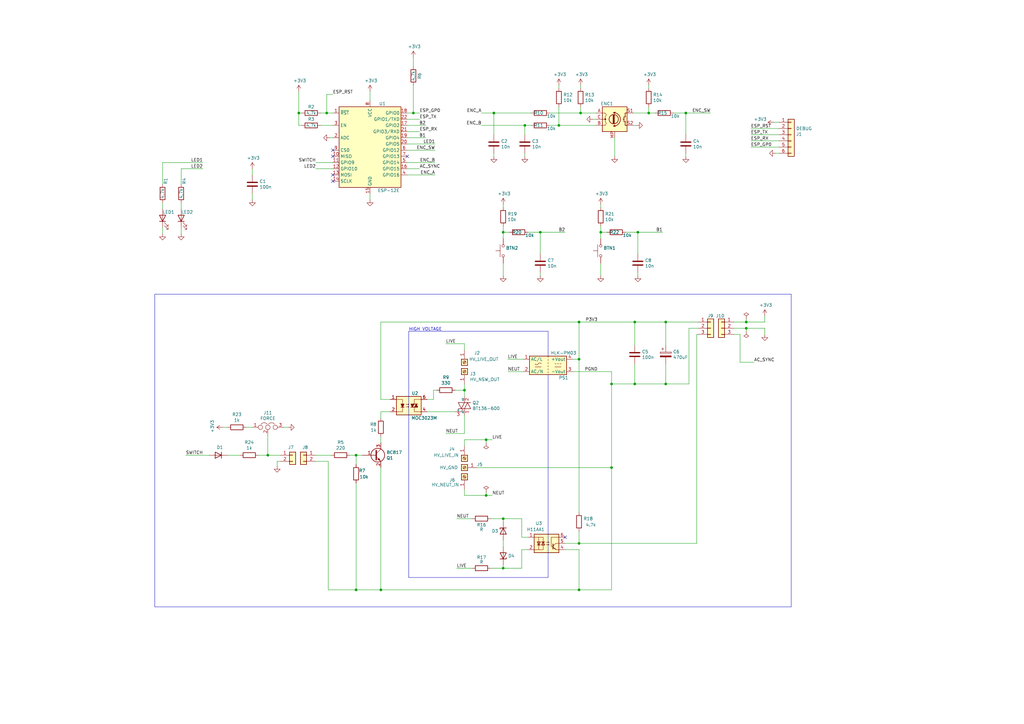
<source format=kicad_sch>
(kicad_sch (version 20200512) (host eeschema "(5.99.0-1804-g711fc999f)")
  (page 1 1)
  (paper "A3")
  (lib_symbols
    (symbol "Connector:Screw_Terminal_01x01" (pin_names hide)
      (property "Reference" "J" (at 0 2.54 0))
      (property "Value" "Screw_Terminal_01x01" (at 0 -2.54 0))
      (symbol "Screw_Terminal_01x01_1_1"
        (pin passive line (at -5.08 0 0) (length 3.81) (name "Pin_1") (number "1"))
      )
    )
    (symbol "Connector_Generic:Conn_01x02" (pin_names hide)
      (property "Reference" "J" (at 0 2.54 0))
      (property "Value" "Conn_01x02" (at 0 -5.08 0))
      (symbol "Conn_01x02_1_1"
        (pin passive line (at -5.08 0 0) (length 3.81) (name "Pin_1") (number "1"))
        (pin passive line (at -5.08 -2.54 0) (length 3.81) (name "Pin_2") (number "2"))
      )
    )
    (symbol "Connector_Generic:Conn_01x03" (pin_names hide)
      (property "Reference" "J" (at 0 5.08 0))
      (property "Value" "Conn_01x03" (at 0 -5.08 0))
      (symbol "Conn_01x03_1_1"
        (pin passive line (at -5.08 2.54 0) (length 3.81) (name "Pin_1") (number "1"))
        (pin passive line (at -5.08 0 0) (length 3.81) (name "Pin_2") (number "2"))
        (pin passive line (at -5.08 -2.54 0) (length 3.81) (name "Pin_3") (number "3"))
      )
    )
    (symbol "Connector_Generic:Conn_01x06" (pin_names hide)
      (property "Reference" "J" (at 0 7.62 0))
      (property "Value" "Conn_01x06" (at 0 -10.16 0))
      (symbol "Conn_01x06_1_1"
        (pin passive line (at -5.08 5.08 0) (length 3.81) (name "Pin_1") (number "1"))
        (pin passive line (at -5.08 2.54 0) (length 3.81) (name "Pin_2") (number "2"))
        (pin passive line (at -5.08 0 0) (length 3.81) (name "Pin_3") (number "3"))
        (pin passive line (at -5.08 -2.54 0) (length 3.81) (name "Pin_4") (number "4"))
        (pin passive line (at -5.08 -5.08 0) (length 3.81) (name "Pin_5") (number "5"))
        (pin passive line (at -5.08 -7.62 0) (length 3.81) (name "Pin_6") (number "6"))
      )
    )
    (symbol "Converter_ACDC:HLK-PM03" (pin_names (offset 0.508))
      (property "Reference" "PS" (at 0 5.08 0))
      (property "Value" "HLK-PM03" (at 0 -5.08 0))
      (symbol "HLK-PM03_1_1"
        (pin power_in line (at -10.16 2.54 0) (length 2.54) (name "AC/L") (number "1"))
        (pin power_in line (at -10.16 -2.54 0) (length 2.54) (name "AC/N") (number "2"))
        (pin power_out line (at 10.16 -2.54 180) (length 2.54) (name "-Vout") (number "3"))
        (pin power_out line (at 10.16 2.54 180) (length 2.54) (name "+Vout") (number "4"))
      )
    )
    (symbol "Device:C" (pin_numbers hide) (pin_names (offset 0.254))
      (property "Reference" "C" (at 0.635 2.54 0))
      (property "Value" "C" (at 0.635 -2.54 0))
      (symbol "C_1_1"
        (pin passive line (at 0 3.81 270) (length 2.794) (name "~") (number "1"))
        (pin passive line (at 0 -3.81 90) (length 2.794) (name "~") (number "2"))
      )
    )
    (symbol "Device:CP" (pin_numbers hide) (pin_names (offset 0.254))
      (property "Reference" "C" (at 0.635 2.54 0))
      (property "Value" "CP" (at 0.635 -2.54 0))
      (symbol "CP_1_1"
        (pin passive line (at 0 3.81 270) (length 2.794) (name "~") (number "1"))
        (pin passive line (at 0 -3.81 90) (length 2.794) (name "~") (number "2"))
      )
    )
    (symbol "Device:Jumper_NC_Dual" (pin_names (offset 0.762) hide)
      (property "Reference" "JP" (at 1.27 -2.54 0))
      (property "Value" "Jumper_NC_Dual" (at 0 2.54 0))
      (symbol "Jumper_NC_Dual_0_1"
        (pin passive line (at -6.35 0 0) (length 2.413) (name "1") (number "1"))
        (pin passive line (at 0 -2.54 90) (length 1.524) (name "2") (number "2"))
        (pin passive line (at 6.35 0 180) (length 2.413) (name "3") (number "3"))
      )
    )
    (symbol "Device:LED" (pin_numbers hide) (pin_names hide)
      (property "Reference" "D" (at 0 2.54 0))
      (property "Value" "LED" (at 0 -2.54 0))
      (symbol "LED_1_1"
        (pin passive line (at -3.81 0 0) (length 2.54) (name "K") (number "1"))
        (pin passive line (at 3.81 0 180) (length 2.54) (name "A") (number "2"))
      )
    )
    (symbol "Device:R" (pin_numbers hide) (pin_names (offset 0))
      (property "Reference" "R" (at 2.032 0 90))
      (property "Value" "R" (at 0 0 90))
      (symbol "R_1_1"
        (pin passive line (at 0 3.81 270) (length 1.27) (name "~") (number "1"))
        (pin passive line (at 0 -3.81 90) (length 1.27) (name "~") (number "2"))
      )
    )
    (symbol "Diode:1N47xxA" (pin_numbers hide) (pin_names hide)
      (property "Reference" "D" (at 0 2.54 0))
      (property "Value" "1N47xxA" (at 0 -2.54 0))
      (symbol "1N47xxA_1_1"
        (pin passive line (at -3.81 0 0) (length 2.54) (name "K") (number "1"))
        (pin passive line (at 3.81 0 180) (length 2.54) (name "A") (number "2"))
      )
    )
    (symbol "Diode:US2FA" (pin_numbers hide) (pin_names hide)
      (property "Reference" "D" (at 0 2.54 0))
      (property "Value" "US2FA" (at 0 -2.54 0))
      (symbol "US2FA_1_1"
        (pin passive line (at -3.81 0 0) (length 2.54) (name "K") (number "1"))
        (pin passive line (at 3.81 0 180) (length 2.54) (name "A") (number "2"))
      )
    )
    (symbol "Isolator:H11AA1" (pin_names (offset 0.508))
      (property "Reference" "U" (at -5.334 4.953 0))
      (property "Value" "H11AA1" (at 0.635 4.953 0))
      (symbol "H11AA1_1_1"
        (pin passive line (at -7.62 2.54 0) (length 2.54) (name "~") (number "1"))
        (pin passive line (at -7.62 -2.54 0) (length 2.54) (name "~") (number "2"))
        (pin unconnected line (at -5.08 0 0) (length 2.54) (name "NC") (number "3") hide)
        (pin passive line (at 7.62 -2.54 180) (length 2.54) (name "~") (number "4"))
        (pin passive line (at 7.62 0 180) (length 2.54) (name "~") (number "5"))
        (pin passive line (at 7.62 2.54 180) (length 2.54) (name "~") (number "6"))
      )
    )
    (symbol "RF_Module:ESP-12E" (pin_names (offset 0.508))
      (property "Reference" "U" (at -12.7 19.05 0))
      (property "Value" "ESP-12E" (at 12.7 19.05 0))
      (symbol "ESP-12E_1_1"
        (pin input line (at -15.24 15.24 0) (length 2.54) (name "~RST") (number "1"))
        (pin bidirectional line (at -15.24 -2.54 0) (length 2.54) (name "MISO") (number "10"))
        (pin bidirectional line (at -15.24 -5.08 0) (length 2.54) (name "GPIO9") (number "11"))
        (pin bidirectional line (at -15.24 -7.62 0) (length 2.54) (name "GPIO10") (number "12"))
        (pin bidirectional line (at -15.24 -10.16 0) (length 2.54) (name "MOSI") (number "13"))
        (pin bidirectional line (at -15.24 -12.7 0) (length 2.54) (name "SCLK") (number "14"))
        (pin power_in line (at 0 -17.78 90) (length 2.54) (name "GND") (number "15"))
        (pin bidirectional line (at 15.24 -7.62 180) (length 2.54) (name "GPIO15") (number "16"))
        (pin bidirectional line (at 15.24 10.16 180) (length 2.54) (name "GPIO2") (number "17"))
        (pin bidirectional line (at 15.24 15.24 180) (length 2.54) (name "GPIO0") (number "18"))
        (pin bidirectional line (at 15.24 5.08 180) (length 2.54) (name "GPIO4") (number "19"))
        (pin input line (at -15.24 5.08 0) (length 2.54) (name "ADC") (number "2"))
        (pin bidirectional line (at 15.24 2.54 180) (length 2.54) (name "GPIO5") (number "20"))
        (pin bidirectional line (at 15.24 7.62 180) (length 2.54) (name "GPIO3/RXD") (number "21"))
        (pin bidirectional line (at 15.24 12.7 180) (length 2.54) (name "GPIO1/TXD") (number "22"))
        (pin input line (at -15.24 10.16 0) (length 2.54) (name "EN") (number "3"))
        (pin bidirectional line (at 15.24 -10.16 180) (length 2.54) (name "GPIO16") (number "4"))
        (pin bidirectional line (at 15.24 -5.08 180) (length 2.54) (name "GPIO14") (number "5"))
        (pin bidirectional line (at 15.24 0 180) (length 2.54) (name "GPIO12") (number "6"))
        (pin bidirectional line (at 15.24 -2.54 180) (length 2.54) (name "GPIO13") (number "7"))
        (pin power_in line (at 0 20.32 270) (length 2.54) (name "VCC") (number "8"))
        (pin input line (at -15.24 0 0) (length 2.54) (name "CS0") (number "9"))
      )
    )
    (symbol "Switch:SW_Push" (pin_numbers hide) (pin_names hide)
      (property "Reference" "SW" (at 1.27 2.54 0))
      (property "Value" "SW_Push" (at 0 -1.524 0))
      (symbol "SW_Push_0_1"
        (pin passive line (at -5.08 0 0) (length 2.54) (name "1") (number "1"))
        (pin passive line (at 5.08 0 180) (length 2.54) (name "2") (number "2"))
      )
    )
    (symbol "Transistor_BJT:BC817" (pin_names (offset 0) hide)
      (property "Reference" "Q" (at 5.08 1.905 0))
      (property "Value" "BC817" (at 5.08 0 0))
      (symbol "BC817_1_1"
        (pin input line (at -5.08 0 0) (length 5.715) (name "B") (number "1"))
        (pin passive line (at 2.54 -5.08 90) (length 2.54) (name "E") (number "2"))
        (pin passive line (at 2.54 5.08 270) (length 2.54) (name "C") (number "3"))
      )
    )
    (symbol "Triac_Thyristor:BT136-600" (pin_names (offset 0))
      (property "Reference" "Q" (at 5.08 1.905 0))
      (property "Value" "BT136-600" (at 5.08 0 0))
      (symbol "BT136-600_1_1"
        (pin passive line (at 0 -3.81 90) (length 2.54) (name "A1") (number "1"))
        (pin passive line (at 0 3.81 270) (length 2.54) (name "A2") (number "2"))
        (pin input line (at -3.81 -2.54 0) (length 2.54) (name "G") (number "3"))
      )
    )
    (symbol "drivers_and_mosfets:MOC3023M-Relay_SolidState-led_controller_pcb-rescue"
      (property "Reference" "U" (at -5.334 4.826 0))
      (property "Value" "MOC3023M-Relay_SolidState-led_controller_pcb-rescue" (at 0 5.08 0))
      (symbol "MOC3023M-Relay_SolidState-led_controller_pcb-rescue_1_1"
        (pin passive line (at -7.62 2.54 0) (length 2.54) (name "~") (number "1"))
        (pin passive line (at -7.62 -2.54 0) (length 2.54) (name "~") (number "2"))
        (pin unconnected line (at -7.62 0 0) (length 2.54) (name "NC") (number "3") hide)
        (pin passive line (at 7.62 -2.54 180) (length 2.54) (name "~") (number "4"))
        (pin unconnected line (at 7.62 0 180) (length 2.54) (name "NC") (number "5") hide)
        (pin passive line (at 7.62 2.54 180) (length 2.54) (name "~") (number "6"))
      )
    )
    (symbol "encoder:Rotary_Encoder_Switch" (pin_names (offset 0.254) hide)
      (property "Reference" "SW" (at 0 8.255 0))
      (property "Value" "Rotary_Encoder_Switch" (at 0 6.35 0))
      (symbol "Rotary_Encoder_Switch_1_1"
        (pin passive line (at -7.62 2.54 0) (length 2.54) (name "A") (number "A"))
        (pin passive line (at -7.62 -2.54 0) (length 2.54) (name "B") (number "B"))
        (pin passive line (at -7.62 0 0) (length 2.54) (name "C") (number "C"))
        (pin passive line (at 0 -7.62 90) (length 2.54) (name "MP") (number "MP"))
        (pin passive line (at 7.62 2.54 180) (length 2.54) (name "S1") (number "S1"))
        (pin passive line (at 7.62 -2.54 180) (length 2.54) (name "S2") (number "S2"))
      )
    )
    (symbol "power:+3.3V" (power) (pin_names (offset 0))
      (property "Value" "+3.3V" (at 0 3.556 0))
      (symbol "+3.3V_1_1"
        (pin power_in line (at 0 0 90) (length 0) (name "+3V3") (number "1") hide)
      )
    )
    (symbol "power:GND" (power) (pin_names (offset 0))
      (property "Value" "GND" (at 0 -3.81 0))
      (symbol "GND_1_1"
        (pin power_in line (at 0 0 270) (length 0) (name "GND") (number "1") hide)
      )
    )
    (symbol "power:PWR_FLAG" (power) (pin_numbers hide) (pin_names (offset 0) hide)
      (property "Value" "PWR_FLAG" (at 0 3.81 0))
      (symbol "PWR_FLAG_0_0"
        (pin power_out line (at 0 0 90) (length 0) (name "pwr") (number "1"))
      )
    )
  )
  (junction (at 109.855 186.69))
  (junction (at 122.555 46.355))
  (junction (at 133.985 46.355))
  (junction (at 146.05 186.69))
  (junction (at 146.05 241.935))
  (junction (at 156.21 241.935))
  (junction (at 169.545 46.355))
  (junction (at 190.5 160.02))
  (junction (at 199.39 180.34))
  (junction (at 199.39 203.2))
  (junction (at 202.565 46.355))
  (junction (at 206.375 95.25))
  (junction (at 206.375 212.725))
  (junction (at 206.375 233.045))
  (junction (at 215.265 51.435))
  (junction (at 221.615 95.25))
  (junction (at 229.235 51.435))
  (junction (at 237.49 132.08))
  (junction (at 237.49 147.32))
  (junction (at 237.49 222.885))
  (junction (at 237.49 241.935))
  (junction (at 238.125 46.355))
  (junction (at 246.38 95.25))
  (junction (at 250.825 157.48))
  (junction (at 250.825 191.77))
  (junction (at 260.35 132.08))
  (junction (at 260.35 157.48))
  (junction (at 261.62 95.25))
  (junction (at 266.065 46.355))
  (junction (at 273.05 132.08))
  (junction (at 273.05 157.48))
  (junction (at 281.305 46.355))
  (junction (at 306.07 132.08))
  (junction (at 306.07 134.62))
  (no_connect (at 136.525 74.295))
  (no_connect (at 136.525 71.755))
  (no_connect (at 167.005 64.135))
  (no_connect (at 231.775 220.345))
  (no_connect (at 136.525 64.135))
  (no_connect (at 136.525 61.595))
  (wire (pts (xy 66.675 66.675) (xy 83.185 66.675)))
  (wire (pts (xy 66.675 75.565) (xy 66.675 66.675)))
  (wire (pts (xy 66.675 85.725) (xy 66.675 83.185)))
  (wire (pts (xy 66.675 95.885) (xy 66.675 93.345)))
  (wire (pts (xy 74.295 69.215) (xy 83.185 69.215)))
  (wire (pts (xy 74.295 75.565) (xy 74.295 69.215)))
  (wire (pts (xy 74.295 85.725) (xy 74.295 83.185)))
  (wire (pts (xy 74.295 95.885) (xy 74.295 93.345)))
  (wire (pts (xy 76.2 186.69) (xy 85.725 186.69)))
  (wire (pts (xy 91.44 175.26) (xy 93.345 175.26)))
  (wire (pts (xy 93.345 186.69) (xy 98.425 186.69)))
  (wire (pts (xy 100.965 175.26) (xy 103.505 175.26)))
  (wire (pts (xy 103.505 71.755) (xy 103.505 69.215)))
  (wire (pts (xy 103.505 81.915) (xy 103.505 79.375)))
  (wire (pts (xy 106.045 186.69) (xy 109.855 186.69)))
  (wire (pts (xy 109.855 177.8) (xy 109.855 186.69)))
  (wire (pts (xy 109.855 186.69) (xy 114.935 186.69)))
  (wire (pts (xy 113.665 189.23) (xy 114.935 189.23)))
  (wire (pts (xy 113.665 191.135) (xy 113.665 189.23)))
  (wire (pts (xy 116.205 175.26) (xy 118.11 175.26)))
  (wire (pts (xy 122.555 46.355) (xy 122.555 37.465)))
  (wire (pts (xy 122.555 51.435) (xy 122.555 46.355)))
  (wire (pts (xy 123.825 46.355) (xy 122.555 46.355)))
  (wire (pts (xy 123.825 51.435) (xy 122.555 51.435)))
  (wire (pts (xy 129.54 66.675) (xy 136.525 66.675)))
  (wire (pts (xy 129.54 69.215) (xy 136.525 69.215)))
  (wire (pts (xy 129.54 189.23) (xy 134.62 189.23)))
  (wire (pts (xy 131.445 46.355) (xy 133.985 46.355)))
  (wire (pts (xy 131.445 51.435) (xy 136.525 51.435)))
  (wire (pts (xy 133.985 38.735) (xy 133.985 46.355)))
  (wire (pts (xy 133.985 46.355) (xy 136.525 46.355)))
  (wire (pts (xy 134.62 189.23) (xy 134.62 241.935)))
  (wire (pts (xy 134.62 241.935) (xy 146.05 241.935)))
  (wire (pts (xy 135.255 56.515) (xy 136.525 56.515)))
  (wire (pts (xy 135.89 186.69) (xy 129.54 186.69)))
  (wire (pts (xy 136.525 38.735) (xy 133.985 38.735)))
  (wire (pts (xy 143.51 186.69) (xy 146.05 186.69)))
  (wire (pts (xy 146.05 186.69) (xy 148.59 186.69)))
  (wire (pts (xy 146.05 190.5) (xy 146.05 186.69)))
  (wire (pts (xy 146.05 198.12) (xy 146.05 241.935)))
  (wire (pts (xy 146.05 241.935) (xy 156.21 241.935)))
  (wire (pts (xy 151.765 37.465) (xy 151.765 41.275)))
  (wire (pts (xy 151.765 81.915) (xy 151.765 79.375)))
  (wire (pts (xy 156.21 132.08) (xy 156.21 163.83)))
  (wire (pts (xy 156.21 132.08) (xy 237.49 132.08)))
  (wire (pts (xy 156.21 168.91) (xy 156.21 171.45)))
  (wire (pts (xy 156.21 179.07) (xy 156.21 181.61)))
  (wire (pts (xy 156.21 191.77) (xy 156.21 241.935)))
  (wire (pts (xy 156.21 241.935) (xy 237.49 241.935)))
  (wire (pts (xy 160.02 163.83) (xy 156.21 163.83)))
  (wire (pts (xy 160.02 168.91) (xy 156.21 168.91)))
  (wire (pts (xy 167.005 46.355) (xy 169.545 46.355)))
  (wire (pts (xy 167.005 51.435) (xy 174.625 51.435)))
  (wire (pts (xy 167.005 56.515) (xy 174.625 56.515)))
  (wire (pts (xy 167.005 59.055) (xy 178.435 59.055)))
  (wire (pts (xy 167.005 61.595) (xy 178.435 61.595)))
  (wire (pts (xy 167.005 66.675) (xy 178.435 66.675)))
  (wire (pts (xy 167.005 69.215) (xy 172.085 69.215)))
  (wire (pts (xy 167.005 71.755) (xy 178.435 71.755)))
  (wire (pts (xy 169.545 23.495) (xy 169.545 27.305)))
  (wire (pts (xy 169.545 34.925) (xy 169.545 46.355)))
  (wire (pts (xy 169.545 46.355) (xy 172.085 46.355)))
  (wire (pts (xy 172.085 48.895) (xy 167.005 48.895)))
  (wire (pts (xy 172.085 53.975) (xy 167.005 53.975)))
  (wire (pts (xy 175.26 163.83) (xy 177.8 163.83)))
  (wire (pts (xy 177.8 160.02) (xy 179.07 160.02)))
  (wire (pts (xy 177.8 163.83) (xy 177.8 160.02)))
  (wire (pts (xy 186.69 160.02) (xy 190.5 160.02)))
  (wire (pts (xy 186.69 168.91) (xy 175.26 168.91)))
  (wire (pts (xy 190.5 140.97) (xy 182.88 140.97)))
  (wire (pts (xy 190.5 143.51) (xy 190.5 140.97)))
  (wire (pts (xy 190.5 157.48) (xy 190.5 160.02)))
  (wire (pts (xy 190.5 160.02) (xy 190.5 162.56)))
  (wire (pts (xy 190.5 170.18) (xy 190.5 177.8)))
  (wire (pts (xy 190.5 177.8) (xy 182.88 177.8)))
  (wire (pts (xy 190.5 180.34) (xy 199.39 180.34)))
  (wire (pts (xy 190.5 182.88) (xy 190.5 180.34)))
  (wire (pts (xy 190.5 200.66) (xy 190.5 203.2)))
  (wire (pts (xy 190.5 203.2) (xy 199.39 203.2)))
  (wire (pts (xy 193.675 212.725) (xy 187.325 212.725)))
  (wire (pts (xy 193.675 233.045) (xy 187.325 233.045)))
  (wire (pts (xy 195.58 191.77) (xy 250.825 191.77)))
  (wire (pts (xy 197.485 46.355) (xy 202.565 46.355)))
  (wire (pts (xy 197.485 51.435) (xy 215.265 51.435)))
  (wire (pts (xy 199.39 180.34) (xy 199.39 181.61)))
  (wire (pts (xy 199.39 180.34) (xy 201.93 180.34)))
  (wire (pts (xy 199.39 203.2) (xy 199.39 201.93)))
  (wire (pts (xy 199.39 203.2) (xy 201.93 203.2)))
  (wire (pts (xy 201.295 212.725) (xy 206.375 212.725)))
  (wire (pts (xy 201.295 233.045) (xy 206.375 233.045)))
  (wire (pts (xy 202.565 46.355) (xy 202.565 55.245)))
  (wire (pts (xy 202.565 46.355) (xy 217.805 46.355)))
  (wire (pts (xy 202.565 62.865) (xy 202.565 64.135)))
  (wire (pts (xy 206.375 83.82) (xy 206.375 85.09)))
  (wire (pts (xy 206.375 92.71) (xy 206.375 95.25)))
  (wire (pts (xy 206.375 95.25) (xy 206.375 97.79)))
  (wire (pts (xy 206.375 95.25) (xy 208.915 95.25)))
  (wire (pts (xy 206.375 107.95) (xy 206.375 113.03)))
  (wire (pts (xy 206.375 212.725) (xy 213.995 212.725)))
  (wire (pts (xy 206.375 213.995) (xy 206.375 212.725)))
  (wire (pts (xy 206.375 224.155) (xy 206.375 221.615)))
  (wire (pts (xy 206.375 231.775) (xy 206.375 233.045)))
  (wire (pts (xy 206.375 233.045) (xy 213.995 233.045)))
  (wire (pts (xy 208.28 147.32) (xy 214.63 147.32)))
  (wire (pts (xy 208.28 152.4) (xy 214.63 152.4)))
  (wire (pts (xy 213.995 212.725) (xy 213.995 220.345)))
  (wire (pts (xy 213.995 220.345) (xy 216.535 220.345)))
  (wire (pts (xy 213.995 225.425) (xy 216.535 225.425)))
  (wire (pts (xy 213.995 233.045) (xy 213.995 225.425)))
  (wire (pts (xy 215.265 51.435) (xy 215.265 55.245)))
  (wire (pts (xy 215.265 51.435) (xy 217.805 51.435)))
  (wire (pts (xy 215.265 62.865) (xy 215.265 64.135)))
  (wire (pts (xy 221.615 95.25) (xy 216.535 95.25)))
  (wire (pts (xy 221.615 95.25) (xy 221.615 104.14)))
  (wire (pts (xy 221.615 95.25) (xy 231.775 95.25)))
  (wire (pts (xy 221.615 111.76) (xy 221.615 113.03)))
  (wire (pts (xy 225.425 46.355) (xy 238.125 46.355)))
  (wire (pts (xy 225.425 51.435) (xy 229.235 51.435)))
  (wire (pts (xy 229.235 34.925) (xy 229.235 36.195)))
  (wire (pts (xy 229.235 51.435) (xy 229.235 43.815)))
  (wire (pts (xy 231.775 222.885) (xy 237.49 222.885)))
  (wire (pts (xy 231.775 225.425) (xy 237.49 225.425)))
  (wire (pts (xy 234.95 147.32) (xy 237.49 147.32)))
  (wire (pts (xy 234.95 152.4) (xy 250.825 152.4)))
  (wire (pts (xy 237.49 132.08) (xy 237.49 147.32)))
  (wire (pts (xy 237.49 132.08) (xy 260.35 132.08)))
  (wire (pts (xy 237.49 147.32) (xy 237.49 210.185)))
  (wire (pts (xy 237.49 217.805) (xy 237.49 222.885)))
  (wire (pts (xy 237.49 222.885) (xy 285.75 222.885)))
  (wire (pts (xy 237.49 225.425) (xy 237.49 241.935)))
  (wire (pts (xy 237.49 241.935) (xy 250.825 241.935)))
  (wire (pts (xy 238.125 34.925) (xy 238.125 36.195)))
  (wire (pts (xy 238.125 43.815) (xy 238.125 46.355)))
  (wire (pts (xy 238.125 46.355) (xy 244.475 46.355)))
  (wire (pts (xy 243.205 48.895) (xy 244.475 48.895)))
  (wire (pts (xy 244.475 51.435) (xy 229.235 51.435)))
  (wire (pts (xy 246.38 83.82) (xy 246.38 85.09)))
  (wire (pts (xy 246.38 92.71) (xy 246.38 95.25)))
  (wire (pts (xy 246.38 95.25) (xy 246.38 97.79)))
  (wire (pts (xy 246.38 95.25) (xy 248.92 95.25)))
  (wire (pts (xy 246.38 107.95) (xy 246.38 113.03)))
  (wire (pts (xy 250.825 152.4) (xy 250.825 157.48)))
  (wire (pts (xy 250.825 157.48) (xy 250.825 191.77)))
  (wire (pts (xy 250.825 157.48) (xy 260.35 157.48)))
  (wire (pts (xy 250.825 191.77) (xy 250.825 241.935)))
  (wire (pts (xy 252.095 56.515) (xy 252.095 64.135)))
  (wire (pts (xy 259.715 51.435) (xy 260.985 51.435)))
  (wire (pts (xy 260.35 132.08) (xy 260.35 141.605)))
  (wire (pts (xy 260.35 132.08) (xy 273.05 132.08)))
  (wire (pts (xy 260.35 157.48) (xy 260.35 149.225)))
  (wire (pts (xy 260.35 157.48) (xy 273.05 157.48)))
  (wire (pts (xy 261.62 95.25) (xy 256.54 95.25)))
  (wire (pts (xy 261.62 95.25) (xy 261.62 104.14)))
  (wire (pts (xy 261.62 95.25) (xy 271.78 95.25)))
  (wire (pts (xy 261.62 111.76) (xy 261.62 113.03)))
  (wire (pts (xy 266.065 34.925) (xy 266.065 36.195)))
  (wire (pts (xy 266.065 43.815) (xy 266.065 46.355)))
  (wire (pts (xy 266.065 46.355) (xy 259.715 46.355)))
  (wire (pts (xy 266.065 46.355) (xy 268.605 46.355)))
  (wire (pts (xy 273.05 132.08) (xy 273.05 141.605)))
  (wire (pts (xy 273.05 132.08) (xy 286.385 132.08)))
  (wire (pts (xy 273.05 157.48) (xy 273.05 149.225)))
  (wire (pts (xy 281.305 46.355) (xy 276.225 46.355)))
  (wire (pts (xy 281.305 46.355) (xy 281.305 55.245)))
  (wire (pts (xy 281.305 46.355) (xy 291.465 46.355)))
  (wire (pts (xy 281.305 62.865) (xy 281.305 64.135)))
  (wire (pts (xy 282.575 134.62) (xy 282.575 157.48)))
  (wire (pts (xy 282.575 157.48) (xy 273.05 157.48)))
  (wire (pts (xy 285.75 137.16) (xy 286.385 137.16)))
  (wire (pts (xy 285.75 222.885) (xy 285.75 137.16)))
  (wire (pts (xy 286.385 134.62) (xy 282.575 134.62)))
  (wire (pts (xy 300.99 132.08) (xy 306.07 132.08)))
  (wire (pts (xy 300.99 134.62) (xy 306.07 134.62)))
  (wire (pts (xy 300.99 137.16) (xy 303.53 137.16)))
  (wire (pts (xy 303.53 148.59) (xy 303.53 137.16)))
  (wire (pts (xy 303.53 148.59) (xy 309.245 148.59)))
  (wire (pts (xy 306.07 130.81) (xy 306.07 132.08)))
  (wire (pts (xy 306.07 132.08) (xy 313.69 132.08)))
  (wire (pts (xy 306.07 134.62) (xy 306.07 135.89)))
  (wire (pts (xy 306.07 134.62) (xy 313.69 134.62)))
  (wire (pts (xy 307.975 52.705) (xy 319.405 52.705)))
  (wire (pts (xy 307.975 55.245) (xy 319.405 55.245)))
  (wire (pts (xy 313.69 129.54) (xy 313.69 132.08)))
  (wire (pts (xy 313.69 137.16) (xy 313.69 134.62)))
  (wire (pts (xy 317.5 50.165) (xy 319.405 50.165)))
  (wire (pts (xy 318.135 62.865) (xy 319.405 62.865)))
  (wire (pts (xy 319.405 57.785) (xy 307.975 57.785)))
  (wire (pts (xy 319.405 60.325) (xy 307.975 60.325)))
  (polyline (pts (xy 63.5 120.65) (xy 63.5 248.92)))
  (polyline (pts (xy 63.5 120.65) (xy 324.485 120.65)))
  (polyline (pts (xy 167.64 135.89) (xy 224.79 135.89)))
  (polyline (pts (xy 167.64 236.855) (xy 167.64 135.89)))
  (polyline (pts (xy 167.64 236.855) (xy 224.79 236.855)))
  (polyline (pts (xy 224.79 146.05) (xy 224.79 135.89)))
  (polyline (pts (xy 224.79 236.855) (xy 224.79 153.67)))
  (polyline (pts (xy 324.485 120.65) (xy 324.485 248.92)))
  (polyline (pts (xy 324.485 248.92) (xy 63.5 248.92)))
  (text "HIGH VOLTAGE" (at 167.64 135.89 0) (effects (font (size 1.27 1.27)) (justify left bottom)))
  (label "SWITCH" (at 76.2 186.69 0))
  (label "LED1" (at 83.185 66.675 180))
  (label "LED2" (at 83.185 69.215 180))
  (label "SWITCH" (at 129.54 66.675 180))
  (label "LED2" (at 129.54 69.215 180))
  (label "ESP_RST" (at 136.525 38.735 0))
  (label "ESP_GP0" (at 172.085 46.355 0))
  (label "ESP_TX" (at 172.085 48.895 0))
  (label "ESP_RX" (at 172.085 53.975 0))
  (label "AC_SYNC" (at 172.085 69.215 0))
  (label "B2" (at 174.625 51.435 180))
  (label "B1" (at 174.625 56.515 180))
  (label "LED1" (at 178.435 59.055 180))
  (label "ENC_SW" (at 178.435 61.595 180))
  (label "ENC_B" (at 178.435 66.675 180))
  (label "ENC_A" (at 178.435 71.755 180))
  (label "LIVE" (at 182.88 140.97 0))
  (label "NEUT" (at 182.88 177.8 0))
  (label "NEUT" (at 187.325 212.725 0))
  (label "LIVE" (at 187.325 233.045 0))
  (label "ENC_A" (at 197.485 46.355 180))
  (label "ENC_B" (at 197.485 51.435 180))
  (label "LIVE" (at 201.93 180.34 0))
  (label "NEUT" (at 201.93 203.2 0))
  (label "LIVE" (at 208.28 147.32 0))
  (label "NEUT" (at 208.28 152.4 0))
  (label "B2" (at 231.775 95.25 180))
  (label "P3V3" (at 245.11 132.08 180))
  (label "PGND" (at 245.11 152.4 180))
  (label "B1" (at 271.78 95.25 180))
  (label "ENC_SW" (at 291.465 46.355 180))
  (label "ESP_RST" (at 307.975 52.705 0))
  (label "ESP_TX" (at 307.975 55.245 0))
  (label "ESP_RX" (at 307.975 57.785 0))
  (label "ESP_GP0" (at 307.975 60.325 0))
  (label "AC_SYNC" (at 309.245 148.59 0))
  (symbol (lib_id "power:PWR_FLAG") (at 199.39 181.61 180) (unit 1)
    (property "Reference" "#FLG0102" (effects hide))
    (property "Value" "PWR_FLAG" (effects hide))
  )
  (symbol (lib_id "power:PWR_FLAG") (at 199.39 201.93 0) (unit 1)
    (property "Reference" "#FLG0101" (effects hide))
    (property "Value" "PWR_FLAG" (effects hide))
  )
  (symbol (lib_id "power:PWR_FLAG") (at 306.07 130.81 0) (unit 1)
    (property "Reference" "#FLG0104" (effects hide))
    (property "Value" "PWR_FLAG" (effects hide))
  )
  (symbol (lib_id "power:PWR_FLAG") (at 306.07 135.89 180) (unit 1)
    (property "Reference" "#FLG0103" (effects hide))
    (property "Value" "PWR_FLAG" (effects hide))
  )
  (symbol (lib_id "power:+3.3V") (at 91.44 175.26 90) (unit 1)
    (property "Reference" "#PWR0113" (effects hide))
    (property "Value" "+3.3V" (at 87.0458 174.879 0))
  )
  (symbol (lib_id "power:+3.3V") (at 103.505 69.215 0) (unit 1)
    (property "Reference" "#PWR01" (effects hide))
    (property "Value" "+3.3V" (at 103.886 64.8208 0))
  )
  (symbol (lib_id "power:+3.3V") (at 122.555 37.465 0) (unit 1)
    (property "Reference" "#PWR06" (effects hide))
    (property "Value" "+3.3V" (at 122.936 33.0708 0))
  )
  (symbol (lib_id "power:+3.3V") (at 151.765 37.465 0) (unit 1)
    (property "Reference" "#PWR09" (effects hide))
    (property "Value" "+3.3V" (at 152.146 33.0708 0))
  )
  (symbol (lib_id "power:+3.3V") (at 169.545 23.495 0) (unit 1)
    (property "Reference" "#PWR011" (effects hide))
    (property "Value" "+3.3V" (at 169.926 19.1008 0))
  )
  (symbol (lib_id "power:+3.3V") (at 206.375 83.82 0) (unit 1)
    (property "Reference" "#PWR0111" (effects hide))
    (property "Value" "+3.3V" (at 206.756 79.4258 0))
  )
  (symbol (lib_id "power:+3.3V") (at 229.235 34.925 0) (unit 1)
    (property "Reference" "#PWR0101" (effects hide))
    (property "Value" "+3.3V" (at 229.616 30.5308 0))
  )
  (symbol (lib_id "power:+3.3V") (at 238.125 34.925 0) (unit 1)
    (property "Reference" "#PWR0102" (effects hide))
    (property "Value" "+3.3V" (at 238.506 30.5308 0))
  )
  (symbol (lib_id "power:+3.3V") (at 246.38 83.82 0) (unit 1)
    (property "Reference" "#PWR0110" (effects hide))
    (property "Value" "+3.3V" (at 246.761 79.4258 0))
  )
  (symbol (lib_id "power:+3.3V") (at 266.065 34.925 0) (unit 1)
    (property "Reference" "#PWR0104" (effects hide))
    (property "Value" "+3.3V" (at 266.446 30.5308 0))
  )
  (symbol (lib_id "power:+3.3V") (at 313.69 129.54 0) (unit 1)
    (property "Reference" "#PWR0105" (effects hide))
    (property "Value" "+3.3V" (at 314.071 125.1458 0))
  )
  (symbol (lib_id "power:+3.3V") (at 317.5 50.165 90) (unit 1)
    (property "Reference" "#PWR03" (effects hide))
    (property "Value" "+3.3V" (at 311.785 48.895 90))
  )
  (symbol (lib_id "power:GND") (at 66.675 95.885 0) (unit 1)
    (property "Reference" "#PWR05" (effects hide))
    (property "Value" "GND" (effects hide))
  )
  (symbol (lib_id "power:GND") (at 74.295 95.885 0) (unit 1)
    (property "Reference" "#PWR07" (effects hide))
    (property "Value" "GND" (effects hide))
  )
  (symbol (lib_id "power:GND") (at 103.505 81.915 0) (unit 1)
    (property "Reference" "#PWR02" (effects hide))
    (property "Value" "GND" (effects hide))
  )
  (symbol (lib_id "power:GND") (at 113.665 191.135 0) (unit 1)
    (property "Reference" "#PWR0103" (effects hide))
    (property "Value" "GND" (effects hide))
  )
  (symbol (lib_id "power:GND") (at 118.11 175.26 90) (unit 1)
    (property "Reference" "#PWR0114" (effects hide))
    (property "Value" "GND" (effects hide))
  )
  (symbol (lib_id "power:GND") (at 135.255 56.515 270) (unit 1)
    (property "Reference" "#PWR08" (effects hide))
    (property "Value" "GND" (effects hide))
  )
  (symbol (lib_id "power:GND") (at 151.765 81.915 0) (unit 1)
    (property "Reference" "#PWR010" (effects hide))
    (property "Value" "GND" (effects hide))
  )
  (symbol (lib_id "power:GND") (at 202.565 64.135 0) (unit 1)
    (property "Reference" "#PWR015" (effects hide))
    (property "Value" "GND" (effects hide))
  )
  (symbol (lib_id "power:GND") (at 206.375 113.03 0) (unit 1)
    (property "Reference" "#PWR0112" (effects hide))
    (property "Value" "GND" (effects hide))
  )
  (symbol (lib_id "power:GND") (at 215.265 64.135 0) (unit 1)
    (property "Reference" "#PWR016" (effects hide))
    (property "Value" "GND" (effects hide))
  )
  (symbol (lib_id "power:GND") (at 221.615 113.03 0) (unit 1)
    (property "Reference" "#PWR0109" (effects hide))
    (property "Value" "GND" (effects hide))
  )
  (symbol (lib_id "power:GND") (at 243.205 48.895 270) (unit 1)
    (property "Reference" "#PWR020" (effects hide))
    (property "Value" "GND" (effects hide))
  )
  (symbol (lib_id "power:GND") (at 246.38 113.03 0) (unit 1)
    (property "Reference" "#PWR0108" (effects hide))
    (property "Value" "GND" (effects hide))
  )
  (symbol (lib_id "power:GND") (at 252.095 64.135 0) (unit 1)
    (property "Reference" "#PWR021" (effects hide))
    (property "Value" "GND" (effects hide))
  )
  (symbol (lib_id "power:GND") (at 260.985 51.435 90) (unit 1)
    (property "Reference" "#PWR022" (effects hide))
    (property "Value" "GND" (effects hide))
  )
  (symbol (lib_id "power:GND") (at 261.62 113.03 0) (unit 1)
    (property "Reference" "#PWR0107" (effects hide))
    (property "Value" "GND" (effects hide))
  )
  (symbol (lib_id "power:GND") (at 281.305 64.135 0) (unit 1)
    (property "Reference" "#PWR026" (effects hide))
    (property "Value" "GND" (effects hide))
  )
  (symbol (lib_id "power:GND") (at 313.69 137.16 0) (unit 1)
    (property "Reference" "#PWR0106" (effects hide))
    (property "Value" "GND" (effects hide))
  )
  (symbol (lib_id "power:GND") (at 318.135 62.865 270) (unit 1)
    (property "Reference" "#PWR04" (effects hide))
    (property "Value" "GND" (effects hide))
  )
  (symbol (lib_id "Device:R") (at 66.675 79.375 180) (unit 1)
    (property "Reference" "R1" (at 67.945 74.295 90))
    (property "Value" "4.7k" (at 66.675 79.375 90))
    (property "Footprint" "Resistor_SMD:R_0805_2012Metric_Pad1.15x1.40mm_HandSolder" (effects hide))
  )
  (symbol (lib_id "Device:R") (at 74.295 79.375 180) (unit 1)
    (property "Reference" "R4" (at 75.565 74.295 90))
    (property "Value" "4.7k" (at 74.295 79.375 90))
    (property "Footprint" "Resistor_SMD:R_0805_2012Metric_Pad1.15x1.40mm_HandSolder" (effects hide))
  )
  (symbol (lib_id "Device:R") (at 97.155 175.26 270) (unit 1)
    (property "Reference" "R23" (at 97.155 170.0022 90))
    (property "Value" "1k" (at 97.155 172.3136 90))
    (property "Footprint" "Resistor_SMD:R_0805_2012Metric_Pad1.15x1.40mm_HandSolder" (effects hide))
  )
  (symbol (lib_id "Device:R") (at 102.235 186.69 270) (unit 1)
    (property "Reference" "R24" (at 102.235 181.4322 90))
    (property "Value" "1k" (at 102.235 183.7436 90))
    (property "Footprint" "Resistor_SMD:R_0805_2012Metric_Pad1.15x1.40mm_HandSolder" (effects hide))
  )
  (symbol (lib_id "Device:R") (at 127.635 46.355 270) (unit 1)
    (property "Reference" "R2" (at 127.635 43.815 90))
    (property "Value" "4.7k" (at 127.635 46.355 90))
    (property "Footprint" "Resistor_SMD:R_0805_2012Metric_Pad1.15x1.40mm_HandSolder" (effects hide))
  )
  (symbol (lib_id "Device:R") (at 127.635 51.435 270) (unit 1)
    (property "Reference" "R3" (at 127.635 48.895 90))
    (property "Value" "4.7k" (at 127.635 51.435 90))
    (property "Footprint" "Resistor_SMD:R_0805_2012Metric_Pad1.15x1.40mm_HandSolder" (effects hide))
  )
  (symbol (lib_id "Device:R") (at 139.7 186.69 270) (unit 1)
    (property "Reference" "R5" (at 139.7 181.4322 90))
    (property "Value" "220" (at 139.7 183.7436 90))
    (property "Footprint" "Resistor_SMD:R_0805_2012Metric_Pad1.15x1.40mm_HandSolder" (effects hide))
  )
  (symbol (lib_id "Device:R") (at 146.05 194.31 0) (unit 1)
    (property "Reference" "R7" (at 149.86 193.04 0) (effects (justify right)))
    (property "Value" "10k" (at 151.13 195.58 0) (effects (justify right)))
    (property "Footprint" "Resistor_SMD:R_0805_2012Metric_Pad1.15x1.40mm_HandSolder" (effects hide))
  )
  (symbol (lib_id "Device:R") (at 156.21 175.26 0) (unit 1)
    (property "Reference" "R8" (at 154.4574 174.0916 0) (effects (justify right)))
    (property "Value" "1k" (at 154.4574 176.403 0) (effects (justify right)))
    (property "Footprint" "Resistor_SMD:R_0805_2012Metric_Pad1.15x1.40mm_HandSolder" (effects hide))
  )
  (symbol (lib_id "Device:R") (at 169.545 31.115 180) (unit 1)
    (property "Reference" "R6" (at 172.085 31.115 90))
    (property "Value" "4.7k" (at 169.545 31.115 90))
    (property "Footprint" "Resistor_SMD:R_0805_2012Metric_Pad1.15x1.40mm_HandSolder" (effects hide))
  )
  (symbol (lib_id "Device:R") (at 182.88 160.02 270) (unit 1)
    (property "Reference" "R9" (at 182.88 154.7622 90))
    (property "Value" "330" (at 182.88 157.0736 90))
    (property "Footprint" "Resistor_THT:R_Axial_DIN0207_L6.3mm_D2.5mm_P10.16mm_Horizontal" (effects hide))
  )
  (symbol (lib_id "Device:R") (at 197.485 212.725 270) (mirror x) (unit 1)
    (property "Reference" "R16" (at 197.485 215.265 90))
    (property "Value" "R" (at 197.485 217.17 90))
    (property "Footprint" "Resistor_THT:R_Axial_DIN0207_L6.3mm_D2.5mm_P10.16mm_Horizontal" (effects hide))
  )
  (symbol (lib_id "Device:R") (at 197.485 233.045 270) (mirror x) (unit 1)
    (property "Reference" "R17" (at 197.485 228.6 90))
    (property "Value" "R" (at 197.485 230.505 90))
    (property "Footprint" "Resistor_THT:R_Axial_DIN0207_L6.3mm_D2.5mm_P10.16mm_Horizontal" (effects hide))
  )
  (symbol (lib_id "Device:R") (at 206.375 88.9 0) (unit 1)
    (property "Reference" "R19" (at 208.153 87.757 0) (effects (justify left)))
    (property "Value" "10k" (at 208.153 90.043 0) (effects (justify left)))
    (property "Footprint" "Resistor_SMD:R_0805_2012Metric_Pad1.15x1.40mm_HandSolder" (effects hide))
  )
  (symbol (lib_id "Device:R") (at 212.725 95.25 90) (unit 1)
    (property "Reference" "R20" (at 213.995 95.25 90) (effects (justify left)))
    (property "Value" "10k" (at 219.075 96.52 90) (effects (justify left)))
    (property "Footprint" "Resistor_SMD:R_0805_2012Metric_Pad1.15x1.40mm_HandSolder" (effects hide))
  )
  (symbol (lib_id "Device:R") (at 221.615 46.355 90) (unit 1)
    (property "Reference" "R10" (at 222.885 46.355 90) (effects (justify left)))
    (property "Value" "10k" (at 227.965 47.625 90) (effects (justify left)))
    (property "Footprint" "Resistor_SMD:R_0805_2012Metric_Pad1.15x1.40mm_HandSolder" (effects hide))
  )
  (symbol (lib_id "Device:R") (at 221.615 51.435 90) (unit 1)
    (property "Reference" "R11" (at 222.885 51.435 90) (effects (justify left)))
    (property "Value" "10k" (at 227.965 52.705 90) (effects (justify left)))
    (property "Footprint" "Resistor_SMD:R_0805_2012Metric_Pad1.15x1.40mm_HandSolder" (effects hide))
  )
  (symbol (lib_id "Device:R") (at 229.235 40.005 0) (unit 1)
    (property "Reference" "R12" (at 231.013 38.862 0) (effects (justify left)))
    (property "Value" "10k" (at 231.013 41.148 0) (effects (justify left)))
    (property "Footprint" "Resistor_SMD:R_0805_2012Metric_Pad1.15x1.40mm_HandSolder" (effects hide))
  )
  (symbol (lib_id "Device:R") (at 237.49 213.995 0) (unit 1)
    (property "Reference" "R18" (at 243.205 212.725 0) (effects (justify right)))
    (property "Value" "4.7k" (at 244.475 215.265 0) (effects (justify right)))
    (property "Footprint" "Resistor_SMD:R_0805_2012Metric_Pad1.15x1.40mm_HandSolder" (effects hide))
  )
  (symbol (lib_id "Device:R") (at 238.125 40.005 0) (unit 1)
    (property "Reference" "R13" (at 239.903 38.862 0) (effects (justify left)))
    (property "Value" "10k" (at 239.903 41.148 0) (effects (justify left)))
    (property "Footprint" "Resistor_SMD:R_0805_2012Metric_Pad1.15x1.40mm_HandSolder" (effects hide))
  )
  (symbol (lib_id "Device:R") (at 246.38 88.9 0) (unit 1)
    (property "Reference" "R21" (at 248.158 87.757 0) (effects (justify left)))
    (property "Value" "10k" (at 248.158 90.043 0) (effects (justify left)))
    (property "Footprint" "Resistor_SMD:R_0805_2012Metric_Pad1.15x1.40mm_HandSolder" (effects hide))
  )
  (symbol (lib_id "Device:R") (at 252.73 95.25 90) (unit 1)
    (property "Reference" "R22" (at 254 95.25 90) (effects (justify left)))
    (property "Value" "10k" (at 259.08 96.52 90) (effects (justify left)))
    (property "Footprint" "Resistor_SMD:R_0805_2012Metric_Pad1.15x1.40mm_HandSolder" (effects hide))
  )
  (symbol (lib_id "Device:R") (at 266.065 40.005 0) (unit 1)
    (property "Reference" "R14" (at 267.843 38.862 0) (effects (justify left)))
    (property "Value" "10k" (at 267.843 41.148 0) (effects (justify left)))
    (property "Footprint" "Resistor_SMD:R_0805_2012Metric_Pad1.15x1.40mm_HandSolder" (effects hide))
  )
  (symbol (lib_id "Device:R") (at 272.415 46.355 90) (unit 1)
    (property "Reference" "R15" (at 273.685 46.355 90) (effects (justify left)))
    (property "Value" "10k" (at 278.765 47.625 90) (effects (justify left)))
    (property "Footprint" "Resistor_SMD:R_0805_2012Metric_Pad1.15x1.40mm_HandSolder" (effects hide))
  )
  (symbol (lib_id "Connector:Screw_Terminal_01x01") (at 190.5 148.59 270) (unit 1)
    (property "Reference" "J2" (at 196.85 144.78 90) (effects (justify right)))
    (property "Value" "HV_LIVE_OUT" (at 204.47 147.32 90) (effects (justify right)))
    (property "Footprint" "connectors:1PIN_DG306" (effects hide))
  )
  (symbol (lib_id "Connector:Screw_Terminal_01x01") (at 190.5 152.4 90) (unit 1)
    (property "Reference" "J3" (at 192.7352 153.3144 90) (effects (justify right)))
    (property "Value" "HV_NSW_OUT" (at 192.7352 155.6258 90) (effects (justify right)))
    (property "Footprint" "connectors:1PIN_DG306" (effects hide))
  )
  (symbol (lib_id "Connector:Screw_Terminal_01x01") (at 190.5 187.96 90) (mirror x) (unit 1)
    (property "Reference" "J4" (at 184.15 184.15 90) (effects (justify right)))
    (property "Value" "HV_LIVE_IN" (at 177.8 186.69 90) (effects (justify right)))
    (property "Footprint" "connectors:1PIN_DG306" (effects hide))
  )
  (symbol (lib_id "Connector:Screw_Terminal_01x01") (at 190.5 191.77 0) (mirror y) (unit 1)
    (property "Reference" "J5" (at 195.58 190.5 0) (effects (justify right)))
    (property "Value" "HV_GND" (at 180.34 191.77 0) (effects (justify right)))
    (property "Footprint" "connectors:1PIN_DG306" (effects hide))
  )
  (symbol (lib_id "Connector:Screw_Terminal_01x01") (at 190.5 195.58 270) (mirror x) (unit 1)
    (property "Reference" "J6" (at 186.69 196.85 90) (effects (justify right)))
    (property "Value" "HV_NEUT_IN" (at 188.2648 198.8058 90) (effects (justify right)))
    (property "Footprint" "connectors:1PIN_DG306" (effects hide))
  )
  (symbol (lib_id "Diode:US2FA") (at 89.535 186.69 180) (unit 1)
    (property "Reference" "D1" (at 90.17 183.515 0))
    (property "Value" "FAST DIODE" (effects hide))
    (property "Footprint" "Diode_SMD:D_SMA" (effects hide))
    (property "Datasheet" "https://www.onsemi.com/pub/Collateral/US2AA-D.PDF" (effects hide))
  )
  (symbol (lib_id "Diode:1N47xxA") (at 206.375 217.805 90) (mirror x) (unit 1)
    (property "Reference" "D3" (at 204.3938 217.805 90) (effects (justify left)))
    (property "Value" "1N47xxA" (effects hide))
    (property "Footprint" "Diode_THT:D_DO-41_SOD81_P10.16mm_Horizontal" (effects hide))
    (property "Datasheet" "https://www.vishay.com/docs/85816/1n4728a.pdf" (effects hide))
  )
  (symbol (lib_id "Diode:1N47xxA") (at 206.375 227.965 270) (mirror x) (unit 1)
    (property "Reference" "D4" (at 208.3816 227.965 90) (effects (justify left)))
    (property "Value" "1N47xxA" (effects hide))
    (property "Footprint" "Diode_THT:D_DO-41_SOD81_P10.16mm_Horizontal" (effects hide))
    (property "Datasheet" "https://www.vishay.com/docs/85816/1n4728a.pdf" (effects hide))
  )
  (symbol (lib_id "Device:LED") (at 66.675 89.535 90) (unit 1)
    (property "Reference" "LED1" (at 66.675 86.995 90) (effects (justify right)))
    (property "Value" "LED" (effects hide))
    (property "Footprint" "LED_THT:LED_D3.0mm" (effects hide))
  )
  (symbol (lib_id "Device:LED") (at 74.295 89.535 90) (unit 1)
    (property "Reference" "LED2" (at 74.295 86.995 90) (effects (justify right)))
    (property "Value" "LED" (effects hide))
    (property "Footprint" "LED_THT:LED_D3.0mm" (effects hide))
  )
  (symbol (lib_id "Connector_Generic:Conn_01x02") (at 120.015 186.69 0) (unit 1)
    (property "Reference" "J7" (at 118.11 183.515 0) (effects (justify left)))
    (property "Value" "SW_IN" (effects hide))
    (property "Footprint" "Connector_PinHeader_2.54mm:PinHeader_1x02_P2.54mm_Vertical" (effects hide))
  )
  (symbol (lib_id "Connector_Generic:Conn_01x02") (at 124.46 186.69 0) (mirror y) (unit 1)
    (property "Reference" "J8" (at 126.365 183.515 0) (effects (justify left)))
    (property "Value" "SW_OUT" (effects hide))
    (property "Footprint" "Connector_PinHeader_2.54mm:PinHeader_1x02_P2.54mm_Vertical" (effects hide))
  )
  (symbol (lib_id "Device:C") (at 103.505 75.565 0) (unit 1)
    (property "Reference" "C1" (at 106.426 74.3966 0) (effects (justify left)))
    (property "Value" "100n" (at 106.426 76.708 0) (effects (justify left)))
    (property "Footprint" "Capacitor_SMD:C_0805_2012Metric_Pad1.15x1.40mm_HandSolder" (effects hide))
  )
  (symbol (lib_id "Device:C") (at 202.565 59.055 0) (unit 1)
    (property "Reference" "C2" (at 205.486 57.912 0) (effects (justify left)))
    (property "Value" "10n" (at 205.486 60.198 0) (effects (justify left)))
    (property "Footprint" "Capacitor_SMD:C_0805_2012Metric_Pad1.15x1.40mm_HandSolder" (effects hide))
  )
  (symbol (lib_id "Device:C") (at 215.265 59.055 0) (unit 1)
    (property "Reference" "C3" (at 218.186 57.912 0) (effects (justify left)))
    (property "Value" "10n" (at 218.186 60.198 0) (effects (justify left)))
    (property "Footprint" "Capacitor_SMD:C_0805_2012Metric_Pad1.15x1.40mm_HandSolder" (effects hide))
  )
  (symbol (lib_id "Device:C") (at 221.615 107.95 0) (unit 1)
    (property "Reference" "C7" (at 224.536 106.807 0) (effects (justify left)))
    (property "Value" "10n" (at 224.536 109.093 0) (effects (justify left)))
    (property "Footprint" "Capacitor_SMD:C_0805_2012Metric_Pad1.15x1.40mm_HandSolder" (effects hide))
  )
  (symbol (lib_id "Device:C") (at 260.35 145.415 0) (unit 1)
    (property "Reference" "C5" (at 263.271 144.2466 0) (effects (justify left)))
    (property "Value" "100n" (at 263.271 146.558 0) (effects (justify left)))
    (property "Footprint" "Capacitor_SMD:C_0805_2012Metric_Pad1.15x1.40mm_HandSolder" (effects hide))
  )
  (symbol (lib_id "Device:C") (at 261.62 107.95 0) (unit 1)
    (property "Reference" "C8" (at 264.541 106.807 0) (effects (justify left)))
    (property "Value" "10n" (at 264.541 109.093 0) (effects (justify left)))
    (property "Footprint" "Capacitor_SMD:C_0805_2012Metric_Pad1.15x1.40mm_HandSolder" (effects hide))
  )
  (symbol (lib_id "Device:CP") (at 273.05 145.415 0) (unit 1)
    (property "Reference" "C6" (at 276.0472 144.2466 0) (effects (justify left)))
    (property "Value" "470uF" (at 276.0472 146.558 0) (effects (justify left)))
    (property "Footprint" "Capacitor_THT:CP_Radial_D8.0mm_P3.50mm" (effects hide))
  )
  (symbol (lib_id "Device:C") (at 281.305 59.055 0) (unit 1)
    (property "Reference" "C4" (at 284.226 57.912 0) (effects (justify left)))
    (property "Value" "10n" (at 284.226 60.198 0) (effects (justify left)))
    (property "Footprint" "Capacitor_SMD:C_0805_2012Metric_Pad1.15x1.40mm_HandSolder" (effects hide))
  )
  (symbol (lib_id "Switch:SW_Push") (at 206.375 102.87 90) (unit 1)
    (property "Reference" "BTN2" (at 207.518 101.727 90) (effects (justify right)))
    (property "Value" "BUTTON" (effects hide))
    (property "Footprint" "Button_Switch_THT:SW_PUSH_6mm_H5mm" (effects hide))
  )
  (symbol (lib_id "Switch:SW_Push") (at 246.38 102.87 90) (unit 1)
    (property "Reference" "BTN1" (at 247.523 101.727 90) (effects (justify right)))
    (property "Value" "BUTTON" (effects hide))
    (property "Footprint" "Button_Switch_THT:SW_PUSH_6mm_H5mm" (effects hide))
  )
  (symbol (lib_id "Connector_Generic:Conn_01x03") (at 291.465 134.62 0) (unit 1)
    (property "Reference" "J9" (at 290.195 129.54 0) (effects (justify left)))
    (property "Value" "POWER_OUT" (effects hide))
    (property "Footprint" "Connector_PinHeader_2.54mm:PinHeader_1x03_P2.54mm_Vertical" (effects hide))
  )
  (symbol (lib_id "Connector_Generic:Conn_01x03") (at 295.91 134.62 0) (mirror y) (unit 1)
    (property "Reference" "J10" (at 297.18 129.54 0) (effects (justify left)))
    (property "Value" "POWER_IN" (effects hide))
    (property "Footprint" "Connector_PinHeader_2.54mm:PinHeader_1x03_P2.54mm_Vertical" (effects hide))
  )
  (symbol (lib_id "Triac_Thyristor:BT136-600") (at 190.5 166.37 0) (unit 1)
    (property "Reference" "Q2" (at 193.7512 165.2016 0) (effects (justify left)))
    (property "Value" "BT136-600" (at 193.7512 167.513 0) (effects (justify left)))
    (property "Footprint" "Package_TO_SOT_THT:TO-220-3_Horizontal_TabDown" (effects hide))
    (property "Datasheet" "http://www.micropik.com/PDF/BT136-600.pdf" (effects hide))
  )
  (symbol (lib_id "Device:Jumper_NC_Dual") (at 109.855 175.26 0) (unit 1)
    (property "Reference" "J11" (at 109.855 169.291 0))
    (property "Value" "FORCE" (at 109.855 171.6024 0))
    (property "Footprint" "Connector_PinHeader_2.54mm:PinHeader_1x03_P2.54mm_Horizontal" (effects hide))
  )
  (symbol (lib_id "Transistor_BJT:BC817") (at 153.67 186.69 0) (unit 1)
    (property "Reference" "Q1" (at 158.5214 187.833 0) (effects (justify left)))
    (property "Value" "BC817" (at 158.5214 185.547 0) (effects (justify left)))
    (property "Footprint" "Package_TO_SOT_SMD:SOT-23" (effects hide))
    (property "Datasheet" "http://www.fairchildsemi.com/ds/BC/BC817.pdf" (effects hide))
  )
  (symbol (lib_id "Connector_Generic:Conn_01x06") (at 324.485 55.245 0) (unit 1)
    (property "Reference" "J1" (at 326.517 55.0418 0) (effects (justify left)))
    (property "Value" "DEBUG" (at 326.517 52.7304 0) (effects (justify left)))
    (property "Footprint" "Connector_PinHeader_2.54mm:PinHeader_1x06_P2.54mm_Horizontal" (effects hide))
  )
  (symbol (lib_id "drivers_and_mosfets:MOC3023M-Relay_SolidState-led_controller_pcb-rescue") (at 167.64 166.37 0) (unit 1)
    (property "Reference" "U2" (at 170.18 161.29 0))
    (property "Value" "MOC3023M" (at 173.99 171.45 0))
    (property "Footprint" "Package_DIP:DIP-6_W7.62mm" (effects hide))
  )
  (symbol (lib_id "Isolator:H11AA1") (at 224.155 222.885 0) (unit 1)
    (property "Reference" "U3" (at 220.98 214.63 0))
    (property "Value" "H11AA1" (at 219.71 217.17 0))
    (property "Footprint" "Package_DIP:DIP-6_W7.62mm" (effects hide))
    (property "Datasheet" "https://www.vishay.com/docs/83608/h11aa1.pdf" (effects hide))
  )
  (symbol (lib_id "Converter_ACDC:HLK-PM03") (at 224.79 149.86 0) (unit 1)
    (property "Reference" "PS1" (at 231.14 154.94 0))
    (property "Value" "HLK-PM03" (at 231.14 144.78 0))
    (property "Footprint" "Converter_ACDC:Converter_ACDC_HiLink_HLK-PMxx" (effects hide))
    (property "Datasheet" "http://www.hlktech.net/product_detail.php?ProId=59" (effects hide))
    (property "shop" "https://www.aliexpress.com/item/32961741171.html" (effects hide))
  )
  (symbol (lib_id "encoder:Rotary_Encoder_Switch") (at 252.095 48.895 0) (unit 1)
    (property "Reference" "ENC1" (at 248.92 42.545 0))
    (property "Value" "PEC11R" (effects hide))
    (property "Footprint" "Rotary_Encoder:RotaryEncoder_Alps_EC11E-Switch_Vertical_H20mm" (effects hide))
    (property "shop" "https://bg.farnell.com/bourns/pec11r-4225f-s0024/encoder-incremental-2ch-60rpm/dp/2381866" (effects hide))
  )
  (symbol (lib_id "RF_Module:ESP-12E") (at 151.765 61.595 0) (unit 1)
    (property "Reference" "U1" (at 156.845 42.545 0))
    (property "Value" "ESP-12E" (at 159.385 78.105 0))
    (property "Footprint" "RF_Module:ESP-12E" (effects hide))
    (property "Datasheet" "http://wiki.ai-thinker.com/_media/esp8266/esp8266_series_modules_user_manual_v1.1.pdf" (effects hide))
  )
)
</source>
